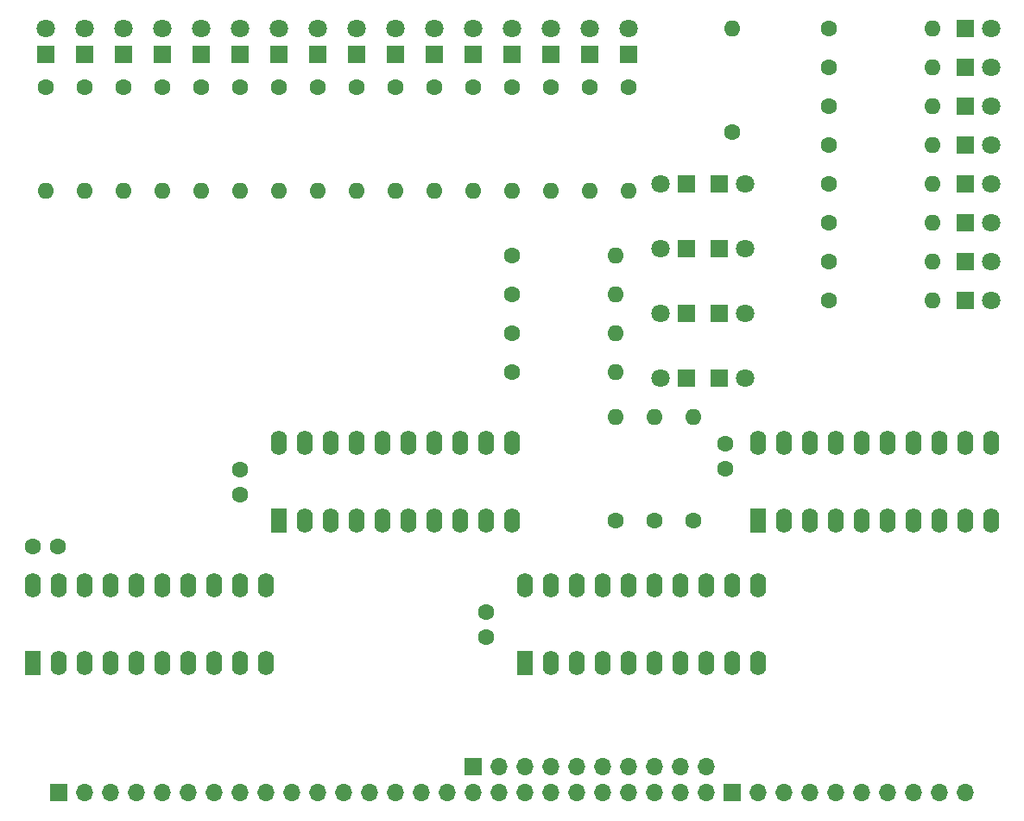
<source format=gbr>
%TF.GenerationSoftware,KiCad,Pcbnew,6.0.11+dfsg-1*%
%TF.CreationDate,2025-09-18T15:26:03+02:00*%
%TF.ProjectId,debug,64656275-672e-46b6-9963-61645f706362,rev?*%
%TF.SameCoordinates,Original*%
%TF.FileFunction,Soldermask,Top*%
%TF.FilePolarity,Negative*%
%FSLAX46Y46*%
G04 Gerber Fmt 4.6, Leading zero omitted, Abs format (unit mm)*
G04 Created by KiCad (PCBNEW 6.0.11+dfsg-1) date 2025-09-18 15:26:03*
%MOMM*%
%LPD*%
G01*
G04 APERTURE LIST*
%ADD10R,1.800000X1.800000*%
%ADD11C,1.800000*%
%ADD12C,1.600000*%
%ADD13O,1.600000X1.600000*%
%ADD14R,1.600000X2.400000*%
%ADD15O,1.600000X2.400000*%
%ADD16R,1.700000X1.700000*%
%ADD17O,1.700000X1.700000*%
G04 APERTURE END LIST*
D10*
%TO.C,REF\u002A\u002A*%
X140970000Y-44450000D03*
D11*
X140970000Y-41910000D03*
%TD*%
D10*
%TO.C,REF\u002A\u002A*%
X161290000Y-76200000D03*
D11*
X163830000Y-76200000D03*
%TD*%
D10*
%TO.C,REF\u002A\u002A*%
X185420000Y-57150000D03*
D11*
X187960000Y-57150000D03*
%TD*%
D12*
%TO.C,1k*%
X114300000Y-47625000D03*
D13*
X114300000Y-57785000D03*
%TD*%
D10*
%TO.C,REF\u002A\u002A*%
X102870000Y-44450000D03*
D11*
X102870000Y-41910000D03*
%TD*%
D12*
%TO.C,1k*%
X106680000Y-47625000D03*
D13*
X106680000Y-57785000D03*
%TD*%
D12*
%TO.C,1k*%
X172085000Y-49530000D03*
D13*
X182245000Y-49530000D03*
%TD*%
D10*
%TO.C,REF\u002A\u002A*%
X129540000Y-44450000D03*
D11*
X129540000Y-41910000D03*
%TD*%
D10*
%TO.C,REF\u002A\u002A*%
X110490000Y-44450000D03*
D11*
X110490000Y-41910000D03*
%TD*%
D14*
%TO.C,74hc244*%
X165105000Y-90160000D03*
D15*
X167645000Y-90160000D03*
X170185000Y-90160000D03*
X172725000Y-90160000D03*
X175265000Y-90160000D03*
X177805000Y-90160000D03*
X180345000Y-90160000D03*
X182885000Y-90160000D03*
X185425000Y-90160000D03*
X187965000Y-90160000D03*
X187965000Y-82540000D03*
X185425000Y-82540000D03*
X182885000Y-82540000D03*
X180345000Y-82540000D03*
X177805000Y-82540000D03*
X175265000Y-82540000D03*
X172725000Y-82540000D03*
X170185000Y-82540000D03*
X167645000Y-82540000D03*
X165105000Y-82540000D03*
%TD*%
D12*
%TO.C,C*%
X138430000Y-101600000D03*
X138430000Y-99100000D03*
%TD*%
%TO.C,1k*%
X172085000Y-64770000D03*
D13*
X182245000Y-64770000D03*
%TD*%
D10*
%TO.C,REF\u002A\u002A*%
X185420000Y-41910000D03*
D11*
X187960000Y-41910000D03*
%TD*%
D12*
%TO.C,1k*%
X140970000Y-71755000D03*
D13*
X151130000Y-71755000D03*
%TD*%
D12*
%TO.C,1k*%
X102870000Y-47625000D03*
D13*
X102870000Y-57785000D03*
%TD*%
D10*
%TO.C,REF\u002A\u002A*%
X148590000Y-44450000D03*
D11*
X148590000Y-41910000D03*
%TD*%
D10*
%TO.C,REF\u002A\u002A*%
X152400000Y-44450000D03*
D11*
X152400000Y-41910000D03*
%TD*%
D10*
%TO.C,REF\u002A\u002A*%
X161290000Y-63500000D03*
D11*
X163830000Y-63500000D03*
%TD*%
D14*
%TO.C,74hc244*%
X93980000Y-104140000D03*
D15*
X96520000Y-104140000D03*
X99060000Y-104140000D03*
X101600000Y-104140000D03*
X104140000Y-104140000D03*
X106680000Y-104140000D03*
X109220000Y-104140000D03*
X111760000Y-104140000D03*
X114300000Y-104140000D03*
X116840000Y-104140000D03*
X116840000Y-96520000D03*
X114300000Y-96520000D03*
X111760000Y-96520000D03*
X109220000Y-96520000D03*
X106680000Y-96520000D03*
X104140000Y-96520000D03*
X101600000Y-96520000D03*
X99060000Y-96520000D03*
X96520000Y-96520000D03*
X93980000Y-96520000D03*
%TD*%
D10*
%TO.C,REF\u002A\u002A*%
X118110000Y-44450000D03*
D11*
X118110000Y-41910000D03*
%TD*%
D10*
%TO.C,REF\u002A\u002A*%
X99060000Y-44450000D03*
D11*
X99060000Y-41910000D03*
%TD*%
D16*
%TO.C,REF\u002A\u002A*%
X96520000Y-116840000D03*
D17*
X99060000Y-116840000D03*
X101600000Y-116840000D03*
X104140000Y-116840000D03*
X106680000Y-116840000D03*
X109220000Y-116840000D03*
X111760000Y-116840000D03*
X114300000Y-116840000D03*
X116840000Y-116840000D03*
X119380000Y-116840000D03*
X121920000Y-116840000D03*
X124460000Y-116840000D03*
X127000000Y-116840000D03*
X129540000Y-116840000D03*
X132080000Y-116840000D03*
X134620000Y-116840000D03*
%TD*%
D14*
%TO.C,74hc244*%
X118110000Y-90170000D03*
D15*
X120650000Y-90170000D03*
X123190000Y-90170000D03*
X125730000Y-90170000D03*
X128270000Y-90170000D03*
X130810000Y-90170000D03*
X133350000Y-90170000D03*
X135890000Y-90170000D03*
X138430000Y-90170000D03*
X140970000Y-90170000D03*
X140970000Y-82550000D03*
X138430000Y-82550000D03*
X135890000Y-82550000D03*
X133350000Y-82550000D03*
X130810000Y-82550000D03*
X128270000Y-82550000D03*
X125730000Y-82550000D03*
X123190000Y-82550000D03*
X120650000Y-82550000D03*
X118110000Y-82550000D03*
%TD*%
D12*
%TO.C,1k*%
X140970000Y-75565000D03*
D13*
X151130000Y-75565000D03*
%TD*%
D12*
%TO.C,1k*%
X172085000Y-60960000D03*
D13*
X182245000Y-60960000D03*
%TD*%
D12*
%TO.C,C*%
X93980000Y-92710000D03*
X96480000Y-92710000D03*
%TD*%
%TO.C,1k*%
X110490000Y-47625000D03*
D13*
X110490000Y-57785000D03*
%TD*%
D12*
%TO.C,1k*%
X140970000Y-67945000D03*
D13*
X151130000Y-67945000D03*
%TD*%
D10*
%TO.C,REF\u002A\u002A*%
X185420000Y-60960000D03*
D11*
X187960000Y-60960000D03*
%TD*%
D12*
%TO.C,1k*%
X154940000Y-90170000D03*
D13*
X154940000Y-80010000D03*
%TD*%
D10*
%TO.C,REF\u002A\u002A*%
X133350000Y-44450000D03*
D11*
X133350000Y-41910000D03*
%TD*%
D10*
%TO.C,REF\u002A\u002A*%
X185420000Y-49530000D03*
D11*
X187960000Y-49530000D03*
%TD*%
D10*
%TO.C,REF\u002A\u002A*%
X185420000Y-64770000D03*
D11*
X187960000Y-64770000D03*
%TD*%
D10*
%TO.C,REF\u002A\u002A*%
X185420000Y-45720000D03*
D11*
X187960000Y-45720000D03*
%TD*%
D12*
%TO.C,1k*%
X172085000Y-41910000D03*
D13*
X182245000Y-41910000D03*
%TD*%
D12*
%TO.C,1k*%
X118110000Y-47625000D03*
D13*
X118110000Y-57785000D03*
%TD*%
D16*
%TO.C,REF\u002A\u002A*%
X137160000Y-114300000D03*
D17*
X137160000Y-116840000D03*
X139700000Y-114300000D03*
X139700000Y-116840000D03*
X142240000Y-114300000D03*
X142240000Y-116840000D03*
X144780000Y-114300000D03*
X144780000Y-116840000D03*
X147320000Y-114300000D03*
X147320000Y-116840000D03*
X149860000Y-114300000D03*
X149860000Y-116840000D03*
X152400000Y-114300000D03*
X152400000Y-116840000D03*
X154940000Y-114300000D03*
X154940000Y-116840000D03*
X157480000Y-114300000D03*
X157480000Y-116840000D03*
X160020000Y-114300000D03*
X160020000Y-116840000D03*
%TD*%
D10*
%TO.C,REF\u002A\u002A*%
X161290000Y-57150000D03*
D11*
X163830000Y-57150000D03*
%TD*%
D10*
%TO.C,REF\u002A\u002A*%
X125730000Y-44450000D03*
D11*
X125730000Y-41910000D03*
%TD*%
D12*
%TO.C,1k*%
X125730000Y-47625000D03*
D13*
X125730000Y-57785000D03*
%TD*%
D12*
%TO.C,1k*%
X172085000Y-53340000D03*
D13*
X182245000Y-53340000D03*
%TD*%
D12*
%TO.C,1k*%
X151130000Y-90170000D03*
D13*
X151130000Y-80010000D03*
%TD*%
D12*
%TO.C,1k*%
X137160000Y-47625000D03*
D13*
X137160000Y-57785000D03*
%TD*%
D12*
%TO.C,1k*%
X162560000Y-52070000D03*
D13*
X162560000Y-41910000D03*
%TD*%
D12*
%TO.C,1k*%
X158750000Y-90170000D03*
D13*
X158750000Y-80010000D03*
%TD*%
D12*
%TO.C,1k*%
X172085000Y-57150000D03*
D13*
X182245000Y-57150000D03*
%TD*%
D10*
%TO.C,REF\u002A\u002A*%
X185420000Y-53340000D03*
D11*
X187960000Y-53340000D03*
%TD*%
D10*
%TO.C,REF\u002A\u002A*%
X144780000Y-44450000D03*
D11*
X144780000Y-41910000D03*
%TD*%
D10*
%TO.C,REF\u002A\u002A*%
X158115000Y-57150000D03*
D11*
X155575000Y-57150000D03*
%TD*%
D10*
%TO.C,REF\u002A\u002A*%
X137160000Y-44450000D03*
D11*
X137160000Y-41910000D03*
%TD*%
D12*
%TO.C,1k*%
X121920000Y-47625000D03*
D13*
X121920000Y-57785000D03*
%TD*%
D10*
%TO.C,REF\u002A\u002A*%
X114300000Y-44450000D03*
D11*
X114300000Y-41910000D03*
%TD*%
D10*
%TO.C,REF\u002A\u002A*%
X158115000Y-76200000D03*
D11*
X155575000Y-76200000D03*
%TD*%
D10*
%TO.C,REF\u002A\u002A*%
X161290000Y-69850000D03*
D11*
X163830000Y-69850000D03*
%TD*%
D12*
%TO.C,1k*%
X95250000Y-47625000D03*
D13*
X95250000Y-57785000D03*
%TD*%
D12*
%TO.C,1k*%
X129540000Y-47625000D03*
D13*
X129540000Y-57785000D03*
%TD*%
D12*
%TO.C,1k*%
X99060000Y-47625000D03*
D13*
X99060000Y-57785000D03*
%TD*%
D10*
%TO.C,REF\u002A\u002A*%
X95250000Y-44450000D03*
D11*
X95250000Y-41910000D03*
%TD*%
D10*
%TO.C,REF\u002A\u002A*%
X158115000Y-69850000D03*
D11*
X155575000Y-69850000D03*
%TD*%
D12*
%TO.C,1k*%
X152400000Y-47625000D03*
D13*
X152400000Y-57785000D03*
%TD*%
D12*
%TO.C,1k*%
X133350000Y-47625000D03*
D13*
X133350000Y-57785000D03*
%TD*%
D12*
%TO.C,1k*%
X148590000Y-47625000D03*
D13*
X148590000Y-57785000D03*
%TD*%
D12*
%TO.C,1k*%
X172085000Y-45720000D03*
D13*
X182245000Y-45720000D03*
%TD*%
D12*
%TO.C,C*%
X161925000Y-85090000D03*
X161925000Y-82590000D03*
%TD*%
D16*
%TO.C,REF\u002A\u002A*%
X162560000Y-116840000D03*
D17*
X165100000Y-116840000D03*
X167640000Y-116840000D03*
X170180000Y-116840000D03*
X172720000Y-116840000D03*
X175260000Y-116840000D03*
X177800000Y-116840000D03*
X180340000Y-116840000D03*
X182880000Y-116840000D03*
X185420000Y-116840000D03*
%TD*%
D12*
%TO.C,C*%
X114300000Y-87630000D03*
X114300000Y-85130000D03*
%TD*%
%TO.C,1k*%
X140970000Y-64135000D03*
D13*
X151130000Y-64135000D03*
%TD*%
D12*
%TO.C,1k*%
X144780000Y-47625000D03*
D13*
X144780000Y-57785000D03*
%TD*%
D10*
%TO.C,REF\u002A\u002A*%
X185420000Y-68580000D03*
D11*
X187960000Y-68580000D03*
%TD*%
D12*
%TO.C,1k*%
X140970000Y-47625000D03*
D13*
X140970000Y-57785000D03*
%TD*%
D10*
%TO.C,REF\u002A\u002A*%
X158115000Y-63500000D03*
D11*
X155575000Y-63500000D03*
%TD*%
D10*
%TO.C,REF\u002A\u002A*%
X121920000Y-44450000D03*
D11*
X121920000Y-41910000D03*
%TD*%
D14*
%TO.C,74hc244*%
X142245000Y-104130000D03*
D15*
X144785000Y-104130000D03*
X147325000Y-104130000D03*
X149865000Y-104130000D03*
X152405000Y-104130000D03*
X154945000Y-104130000D03*
X157485000Y-104130000D03*
X160025000Y-104130000D03*
X162565000Y-104130000D03*
X165105000Y-104130000D03*
X165105000Y-96510000D03*
X162565000Y-96510000D03*
X160025000Y-96510000D03*
X157485000Y-96510000D03*
X154945000Y-96510000D03*
X152405000Y-96510000D03*
X149865000Y-96510000D03*
X147325000Y-96510000D03*
X144785000Y-96510000D03*
X142245000Y-96510000D03*
%TD*%
D12*
%TO.C,1k*%
X172085000Y-68580000D03*
D13*
X182245000Y-68580000D03*
%TD*%
D10*
%TO.C,REF\u002A\u002A*%
X106680000Y-44450000D03*
D11*
X106680000Y-41910000D03*
%TD*%
M02*

</source>
